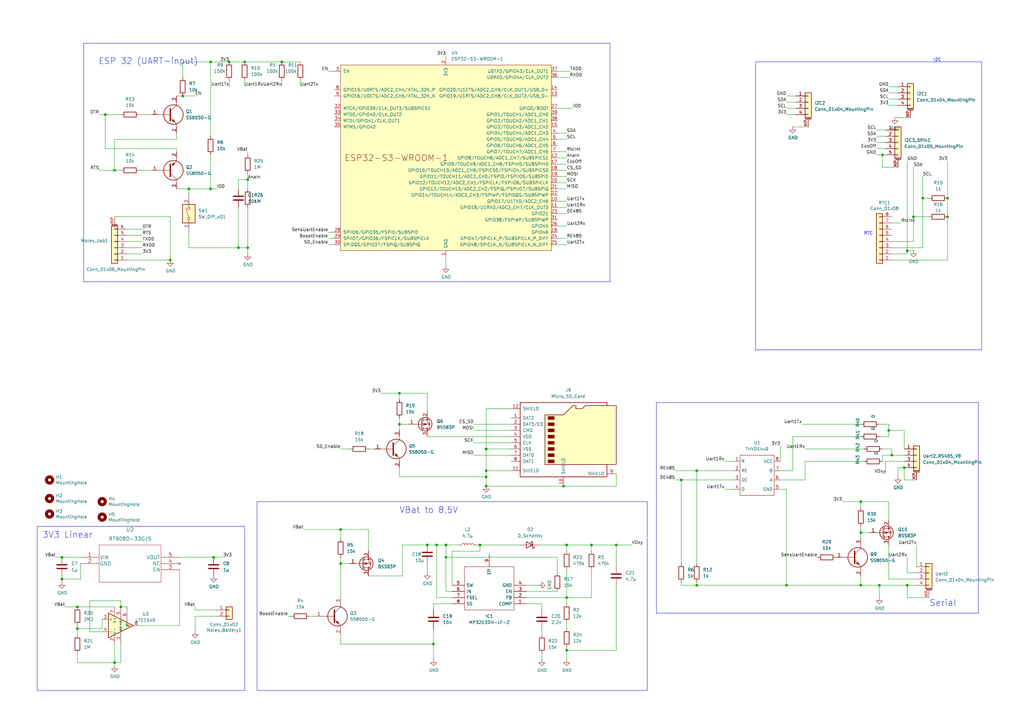
<source format=kicad_sch>
(kicad_sch (version 20230121) (generator eeschema)
  (paper "A3")
  (title_block (title "DemoBoard HyFiVe") (date "2021-10-28") (rev "1.0") (company "IOW"))
  (junction (at 285.75 193.04))
  (junction (at 139.7 231.14))
  (junction (at 46.99 69.85))
  (junction (at 163.83 161.29))
  (junction (at 175.26 223.52))
  (junction (at 322.58 240.03))
  (junction (at 360.68 240.03))
  (junction (at 364.49 176.53))
  (junction (at 199.39 193.04))
  (junction (at 97.79 101.6))
  (junction (at 101.6 101.6))
  (junction (at 93.98 25.4))
  (junction (at 353.06 240.03))
  (junction (at 49.53 248.92))
  (junction (at 43.18 46.99))
  (junction (at 232.41 223.52))
  (junction (at 232.41 245.11))
  (junction (at 86.36 25.4))
  (junction (at 182.88 228.6))
  (junction (at 199.39 184.15))
  (junction (at 242.57 223.52))
  (junction (at 388.62 81.28))
  (junction (at 100.33 25.4))
  (junction (at 115.57 25.4))
  (junction (at 31.75 257.81))
  (junction (at 25.4 237.49))
  (junction (at 179.07 223.52))
  (junction (at 285.75 240.03))
  (junction (at 370.84 191.77))
  (junction (at 101.6 73.66))
  (junction (at 86.36 77.47))
  (junction (at 365.76 186.69))
  (junction (at 196.85 223.52))
  (junction (at 378.46 81.28))
  (junction (at 163.83 173.99))
  (junction (at 25.4 228.6))
  (junction (at 232.41 266.7))
  (junction (at 279.4 196.85))
  (junction (at 199.39 199.39))
  (junction (at 182.88 223.52))
  (junction (at 199.39 195.58))
  (junction (at 372.11 240.03))
  (junction (at 87.63 228.6))
  (junction (at 353.06 218.44))
  (junction (at 77.47 77.47))
  (junction (at 252.73 223.52))
  (junction (at 177.8 264.16))
  (junction (at 46.99 271.78))
  (junction (at 353.06 205.74))
  (junction (at 74.93 39.37))
  (junction (at 69.85 106.68))
  (junction (at 374.65 88.9))
  (junction (at 139.7 217.17))
  (junction (at 388.62 88.9))
  (junction (at 31.75 248.92))
  (junction (at 372.11 102.87))
  (junction (at 231.14 199.39))
  (junction (at 361.95 63.5))
  (wire (pts (xy 139.7 231.14) (xy 139.7 228.6)))
  (wire (pts (xy 222.25 247.65) (xy 222.25 250.19)))
  (wire (pts (xy 86.36 55.88) (xy 86.36 25.4)))
  (wire (pts (xy 353.06 236.22) (xy 353.06 240.03)))
  (wire (pts (xy 134.62 29.21) (xy 137.16 29.21)))
  (wire (pts (xy 177.8 264.16) (xy 177.8 270.51)))
  (wire (pts (xy 215.9 247.65) (xy 222.25 247.65)))
  (wire (pts (xy 325.12 179.07) (xy 353.06 179.07)))
  (wire (pts (xy 232.41 266.7) (xy 252.73 266.7)))
  (wire (pts (xy 163.83 195.58) (xy 199.39 195.58)))
  (wire (pts (xy 199.39 199.39) (xy 231.14 199.39)))
  (wire (pts (xy 215.9 242.57) (xy 228.6 242.57)))
  (wire (pts (xy 25.4 236.22) (xy 25.4 237.49)))
  (wire (pts (xy 374.65 88.9) (xy 381 88.9)))
  (wire (pts (xy 361.95 63.5) (xy 361.95 68.58)))
  (wire (pts (xy 163.83 173.99) (xy 163.83 176.53)))
  (wire (pts (xy 195.58 223.52) (xy 196.85 223.52)))
  (wire (pts (xy 365.76 91.44) (xy 369.57 91.44)))
  (wire (pts (xy 46.99 264.16) (xy 46.99 271.78)))
  (wire (pts (xy 228.6 72.39) (xy 232.41 72.39)))
  (wire (pts (xy 381 245.11) (xy 372.11 245.11)))
  (wire (pts (xy 182.88 228.6) (xy 182.88 223.52)))
  (wire (pts (xy 77.47 77.47) (xy 77.47 80.01)))
  (wire (pts (xy 374.65 102.87) (xy 372.11 102.87)))
  (wire (pts (xy 365.76 99.06) (xy 374.65 99.06)))
  (polyline (pts (xy 265.43 283.21) (xy 105.41 283.21)))
  (wire (pts (xy 97.79 101.6) (xy 101.6 101.6)))
  (wire (pts (xy 199.39 195.58) (xy 199.39 193.04)))
  (wire (pts (xy 320.04 182.88) (xy 320.04 189.23)))
  (wire (pts (xy 41.91 259.08) (xy 36.83 259.08)))
  (wire (pts (xy 196.85 226.06) (xy 196.85 223.52)))
  (wire (pts (xy 49.53 264.16) (xy 49.53 271.78)))
  (wire (pts (xy 279.4 231.14) (xy 279.4 196.85)))
  (wire (pts (xy 359.41 53.34) (xy 363.22 53.34)))
  (wire (pts (xy 49.53 246.38) (xy 49.53 248.92)))
  (wire (pts (xy 279.4 240.03) (xy 285.75 240.03)))
  (wire (pts (xy 52.07 96.52) (xy 58.42 96.52)))
  (wire (pts (xy 361.95 189.23) (xy 361.95 186.69)))
  (wire (pts (xy 364.49 237.49) (xy 375.92 237.49)))
  (wire (pts (xy 365.76 104.14) (xy 372.11 104.14)))
  (wire (pts (xy 242.57 233.68) (xy 242.57 245.11)))
  (wire (pts (xy 74.93 39.37) (xy 80.01 39.37)))
  (wire (pts (xy 185.42 240.03) (xy 185.42 226.06)))
  (wire (pts (xy 46.99 88.9) (xy 69.85 88.9)))
  (polyline (pts (xy 309.88 25.4) (xy 309.88 143.51)))
  (wire (pts (xy 101.6 73.66) (xy 101.6 77.47)))
  (wire (pts (xy 87.63 228.6) (xy 91.44 228.6)))
  (wire (pts (xy 232.41 255.27) (xy 232.41 257.81)))
  (wire (pts (xy 182.88 22.86) (xy 182.88 24.13)))
  (wire (pts (xy 185.42 242.57) (xy 182.88 242.57)))
  (wire (pts (xy 52.07 93.98) (xy 58.42 93.98)))
  (wire (pts (xy 361.95 186.69) (xy 365.76 186.69)))
  (wire (pts (xy 77.47 77.47) (xy 86.36 77.47)))
  (wire (pts (xy 353.06 218.44) (xy 353.06 215.9)))
  (wire (pts (xy 232.41 266.7) (xy 232.41 270.51)))
  (polyline (pts (xy 34.29 17.78) (xy 34.29 115.57)))
  (polyline (pts (xy 15.24 283.21) (xy 100.33 283.21)))
  (wire (pts (xy 359.41 58.42) (xy 363.22 58.42)))
  (wire (pts (xy 93.98 25.4) (xy 100.33 25.4)))
  (wire (pts (xy 372.11 66.04) (xy 372.11 102.87)))
  (wire (pts (xy 388.62 88.9) (xy 388.62 106.68)))
  (wire (pts (xy 322.58 44.45) (xy 326.39 44.45)))
  (wire (pts (xy 139.7 217.17) (xy 151.13 217.17)))
  (polyline (pts (xy 15.24 215.9) (xy 15.24 283.21)))
  (wire (pts (xy 322.58 41.91) (xy 326.39 41.91)))
  (wire (pts (xy 222.25 267.97) (xy 222.25 270.51)))
  (wire (pts (xy 57.15 256.54) (xy 73.66 256.54)))
  (wire (pts (xy 228.6 77.47) (xy 232.41 77.47)))
  (wire (pts (xy 182.88 223.52) (xy 187.96 223.52)))
  (wire (pts (xy 77.47 101.6) (xy 97.79 101.6)))
  (wire (pts (xy 228.6 85.09) (xy 232.41 85.09)))
  (wire (pts (xy 93.98 33.02) (xy 93.98 35.56)))
  (wire (pts (xy 359.41 55.88) (xy 363.22 55.88)))
  (wire (pts (xy 25.4 228.6) (xy 33.02 228.6)))
  (wire (pts (xy 360.68 240.03) (xy 372.11 240.03)))
  (wire (pts (xy 175.26 223.52) (xy 179.07 223.52)))
  (wire (pts (xy 375.92 223.52) (xy 375.92 232.41)))
  (polyline (pts (xy 265.43 205.74) (xy 265.43 283.21)))
  (wire (pts (xy 31.75 271.78) (xy 46.99 271.78)))
  (wire (pts (xy 370.84 176.53) (xy 370.84 184.15)))
  (wire (pts (xy 97.79 73.66) (xy 101.6 73.66)))
  (wire (pts (xy 360.68 179.07) (xy 364.49 179.07)))
  (wire (pts (xy 69.85 88.9) (xy 69.85 106.68)))
  (wire (pts (xy 285.75 231.14) (xy 285.75 193.04)))
  (wire (pts (xy 364.49 43.18) (xy 368.3 43.18)))
  (wire (pts (xy 330.2 196.85) (xy 330.2 189.23)))
  (wire (pts (xy 40.64 69.85) (xy 46.99 69.85)))
  (wire (pts (xy 72.39 62.23) (xy 72.39 60.96)))
  (polyline (pts (xy 309.88 25.4) (xy 402.59 25.4)))
  (wire (pts (xy 364.49 40.64) (xy 368.3 40.64)))
  (wire (pts (xy 199.39 199.39) (xy 199.39 195.58)))
  (wire (pts (xy 372.11 104.14) (xy 372.11 102.87)))
  (wire (pts (xy 194.31 176.53) (xy 209.55 176.53)))
  (wire (pts (xy 100.33 25.4) (xy 115.57 25.4)))
  (wire (pts (xy 328.93 173.99) (xy 353.06 173.99)))
  (wire (pts (xy 388.62 66.04) (xy 388.62 81.28)))
  (wire (pts (xy 139.7 231.14) (xy 139.7 245.11)))
  (wire (pts (xy 279.4 196.85) (xy 300.99 196.85)))
  (wire (pts (xy 72.39 60.96) (xy 43.18 60.96)))
  (wire (pts (xy 101.6 104.14) (xy 101.6 101.6)))
  (wire (pts (xy 228.6 100.33) (xy 232.41 100.33)))
  (wire (pts (xy 80.01 259.08) (xy 80.01 252.73)))
  (wire (pts (xy 364.49 35.56) (xy 368.3 35.56)))
  (wire (pts (xy 364.49 237.49) (xy 364.49 223.52)))
  (wire (pts (xy 381 81.28) (xy 378.46 81.28)))
  (wire (pts (xy 353.06 205.74) (xy 353.06 208.28)))
  (wire (pts (xy 31.75 257.81) (xy 41.91 257.81)))
  (wire (pts (xy 185.42 247.65) (xy 177.8 247.65)))
  (wire (pts (xy 101.6 73.66) (xy 101.6 71.12)))
  (wire (pts (xy 165.1 223.52) (xy 175.26 223.52)))
  (wire (pts (xy 285.75 238.76) (xy 285.75 240.03)))
  (wire (pts (xy 374.65 68.58) (xy 374.65 88.9)))
  (wire (pts (xy 228.6 54.61) (xy 232.41 54.61)))
  (wire (pts (xy 252.73 240.03) (xy 252.73 266.7)))
  (wire (pts (xy 232.41 245.11) (xy 232.41 247.65)))
  (wire (pts (xy 228.6 64.77) (xy 232.41 64.77)))
  (wire (pts (xy 101.6 62.23) (xy 101.6 63.5)))
  (wire (pts (xy 41.91 254) (xy 41.91 257.81)))
  (wire (pts (xy 77.47 101.6) (xy 77.47 95.25)))
  (wire (pts (xy 365.76 184.15) (xy 365.76 186.69)))
  (wire (pts (xy 232.41 223.52) (xy 242.57 223.52)))
  (wire (pts (xy 232.41 233.68) (xy 232.41 245.11)))
  (wire (pts (xy 368.3 191.77) (xy 368.3 195.58)))
  (wire (pts (xy 49.53 248.92) (xy 52.07 248.92)))
  (wire (pts (xy 361.95 184.15) (xy 365.76 184.15)))
  (wire (pts (xy 86.36 63.5) (xy 86.36 77.47)))
  (wire (pts (xy 353.06 218.44) (xy 353.06 220.98)))
  (wire (pts (xy 182.88 228.6) (xy 228.6 228.6)))
  (wire (pts (xy 285.75 240.03) (xy 322.58 240.03)))
  (wire (pts (xy 101.6 85.09) (xy 101.6 101.6)))
  (wire (pts (xy 232.41 265.43) (xy 232.41 266.7)))
  (wire (pts (xy 368.3 68.58) (xy 361.95 68.58)))
  (wire (pts (xy 179.07 223.52) (xy 182.88 223.52)))
  (wire (pts (xy 220.98 223.52) (xy 232.41 223.52)))
  (wire (pts (xy 43.18 60.96) (xy 43.18 46.99)))
  (polyline (pts (xy 401.32 251.46) (xy 401.32 165.1)))
  (wire (pts (xy 36.83 259.08) (xy 36.83 246.38)))
  (wire (pts (xy 388.62 81.28) (xy 388.62 88.9)))
  (wire (pts (xy 356.87 218.44) (xy 353.06 218.44)))
  (wire (pts (xy 139.7 260.35) (xy 139.7 264.16)))
  (wire (pts (xy 177.8 257.81) (xy 177.8 264.16)))
  (wire (pts (xy 279.4 238.76) (xy 279.4 240.03)))
  (wire (pts (xy 86.36 77.47) (xy 88.9 77.47)))
  (wire (pts (xy 322.58 200.66) (xy 322.58 240.03)))
  (wire (pts (xy 97.79 85.09) (xy 97.79 101.6)))
  (wire (pts (xy 36.83 246.38) (xy 49.53 246.38)))
  (wire (pts (xy 46.99 271.78) (xy 46.99 273.05)))
  (wire (pts (xy 252.73 232.41) (xy 252.73 223.52)))
  (wire (pts (xy 360.68 173.99) (xy 364.49 173.99)))
  (wire (pts (xy 115.57 25.4) (xy 123.19 25.4)))
  (wire (pts (xy 31.75 257.81) (xy 31.75 260.35)))
  (polyline (pts (xy 402.59 25.4) (xy 402.59 143.51)))
  (wire (pts (xy 31.75 248.92) (xy 46.99 248.92)))
  (wire (pts (xy 365.76 106.68) (xy 388.62 106.68)))
  (wire (pts (xy 222.25 257.81) (xy 222.25 260.35)))
  (wire (pts (xy 123.19 33.02) (xy 123.19 35.56)))
  (wire (pts (xy 228.6 74.93) (xy 232.41 74.93)))
  (wire (pts (xy 370.84 196.85) (xy 370.84 191.77)))
  (wire (pts (xy 209.55 167.64) (xy 199.39 167.64)))
  (wire (pts (xy 228.6 97.79) (xy 232.41 97.79)))
  (wire (pts (xy 115.57 33.02) (xy 115.57 35.56)))
  (wire (pts (xy 378.46 81.28) (xy 378.46 101.6)))
  (wire (pts (xy 228.6 67.31) (xy 232.41 67.31)))
  (wire (pts (xy 185.42 245.11) (xy 179.07 245.11)))
  (wire (pts (xy 134.62 100.33) (xy 137.16 100.33)))
  (wire (pts (xy 252.73 194.31) (xy 252.73 199.39)))
  (wire (pts (xy 374.65 88.9) (xy 374.65 99.06)))
  (wire (pts (xy 228.6 29.21) (xy 233.68 29.21)))
  (wire (pts (xy 231.14 199.39) (xy 252.73 199.39)))
  (polyline (pts (xy 250.19 17.78) (xy 250.19 115.57)))
  (wire (pts (xy 194.31 173.99) (xy 209.55 173.99)))
  (wire (pts (xy 228.6 31.75) (xy 233.68 31.75)))
  (wire (pts (xy 134.62 95.25) (xy 137.16 95.25)))
  (wire (pts (xy 364.49 205.74) (xy 353.06 205.74)))
  (polyline (pts (xy 105.41 205.74) (xy 265.43 205.74)))
  (wire (pts (xy 199.39 193.04) (xy 209.55 193.04)))
  (wire (pts (xy 31.75 256.54) (xy 31.75 257.81)))
  (wire (pts (xy 165.1 236.22) (xy 165.1 223.52)))
  (wire (pts (xy 378.46 72.39) (xy 378.46 81.28)))
  (wire (pts (xy 185.42 226.06) (xy 196.85 226.06)))
  (wire (pts (xy 353.06 240.03) (xy 360.68 240.03)))
  (wire (pts (xy 285.75 193.04) (xy 300.99 193.04)))
  (wire (pts (xy 52.07 99.06) (xy 58.42 99.06)))
  (wire (pts (xy 151.13 217.17) (xy 151.13 226.06)))
  (wire (pts (xy 134.62 97.79) (xy 137.16 97.79)))
  (wire (pts (xy 215.9 245.11) (xy 232.41 245.11)))
  (wire (pts (xy 228.6 57.15) (xy 232.41 57.15)))
  (wire (pts (xy 359.41 63.5) (xy 361.95 63.5)))
  (wire (pts (xy 31.75 267.97) (xy 31.75 271.78)))
  (wire (pts (xy 175.26 231.14) (xy 175.26 234.95)))
  (polyline (pts (xy 269.24 165.1) (xy 269.24 251.46)))
  (wire (pts (xy 72.39 39.37) (xy 74.93 39.37)))
  (wire (pts (xy 360.68 245.11) (xy 360.68 240.03)))
  (wire (pts (xy 372.11 245.11) (xy 372.11 240.03)))
  (wire (pts (xy 330.2 189.23) (xy 354.33 189.23)))
  (wire (pts (xy 57.15 46.99) (xy 62.23 46.99)))
  (wire (pts (xy 276.86 196.85) (xy 279.4 196.85)))
  (wire (pts (xy 72.39 77.47) (xy 77.47 77.47)))
  (wire (pts (xy 330.2 184.15) (xy 354.33 184.15)))
  (wire (pts (xy 320.04 196.85) (xy 330.2 196.85)))
  (wire (pts (xy 320.04 193.04) (xy 325.12 193.04)))
  (wire (pts (xy 194.31 181.61) (xy 209.55 181.61)))
  (polyline (pts (xy 269.24 165.1) (xy 401.32 165.1)))
  (wire (pts (xy 297.18 200.66) (xy 300.99 200.66)))
  (wire (pts (xy 364.49 173.99) (xy 364.49 176.53)))
  (wire (pts (xy 175.26 168.91) (xy 175.26 161.29)))
  (wire (pts (xy 276.86 193.04) (xy 285.75 193.04)))
  (wire (pts (xy 127 252.73) (xy 129.54 252.73)))
  (wire (pts (xy 363.22 194.31) (xy 363.22 189.23)))
  (wire (pts (xy 177.8 247.65) (xy 177.8 250.19)))
  (wire (pts (xy 228.6 87.63) (xy 232.41 87.63)))
  (wire (pts (xy 228.6 92.71) (xy 232.41 92.71)))
  (wire (pts (xy 151.13 236.22) (xy 165.1 236.22)))
  (wire (pts (xy 175.26 179.07) (xy 209.55 179.07)))
  (wire (pts (xy 228.6 69.85) (xy 232.41 69.85)))
  (wire (pts (xy 139.7 217.17) (xy 139.7 220.98)))
  (wire (pts (xy 163.83 161.29) (xy 163.83 163.83)))
  (wire (pts (xy 72.39 57.15) (xy 46.99 57.15)))
  (wire (pts (xy 73.66 256.54) (xy 73.66 233.68)))
  (wire (pts (xy 179.07 245.11) (xy 179.07 223.52)))
  (wire (pts (xy 33.02 237.49) (xy 25.4 237.49)))
  (wire (pts (xy 199.39 167.64) (xy 199.39 184.15)))
  (wire (pts (xy 163.83 173.99) (xy 163.83 171.45)))
  (wire (pts (xy 242.57 245.11) (xy 232.41 245.11)))
  (wire (pts (xy 26.67 248.92) (xy 31.75 248.92)))
  (wire (pts (xy 46.99 69.85) (xy 49.53 69.85)))
  (wire (pts (xy 220.98 240.03) (xy 215.9 240.03)))
  (wire (pts (xy 46.99 271.78) (xy 49.53 271.78)))
  (wire (pts (xy 167.64 173.99) (xy 163.83 173.99)))
  (wire (pts (xy 22.86 228.6) (xy 25.4 228.6)))
  (wire (pts (xy 372.11 234.95) (xy 372.11 228.6)))
  (wire (pts (xy 359.41 60.96) (xy 363.22 60.96)))
  (polyline (pts (xy 105.41 283.21) (xy 105.41 205.74)))
  (wire (pts (xy 364.49 213.36) (xy 364.49 205.74)))
  (wire (pts (xy 297.18 189.23) (xy 300.99 189.23)))
  (wire (pts (xy 365.76 101.6) (xy 378.46 101.6)))
  (wire (pts (xy 143.51 231.14) (xy 139.7 231.14)))
  (wire (pts (xy 72.39 54.61) (xy 72.39 57.15)))
  (wire (pts (xy 86.36 25.4) (xy 74.93 25.4)))
  (wire (pts (xy 364.49 176.53) (xy 370.84 176.53)))
  (wire (pts (xy 139.7 264.16) (xy 177.8 264.16)))
  (wire (pts (xy 199.39 184.15) (xy 199.39 193.04)))
  (polyline (pts (xy 15.24 215.9) (xy 100.33 215.9)))
  (wire (pts (xy 375.92 196.85) (xy 370.84 196.85)))
  (wire (pts (xy 242.57 223.52) (xy 252.73 223.52)))
  (wire (pts (xy 86.36 25.4) (xy 93.98 25.4)))
  (wire (pts (xy 364.49 179.07) (xy 364.49 176.53)))
  (wire (pts (xy 97.79 77.47) (xy 97.79 73.66)))
  (wire (pts (xy 252.73 223.52) (xy 259.08 223.52)))
  (wire (pts (xy 375.92 234.95) (xy 372.11 234.95)))
  (wire (pts (xy 363.22 189.23) (xy 370.84 189.23)))
  (wire (pts (xy 325.12 193.04) (xy 325.12 179.07)))
  (polyline (pts (xy 269.24 251.46) (xy 401.32 251.46)))
  (wire (pts (xy 194.31 186.69) (xy 209.55 186.69)))
  (wire (pts (xy 228.6 44.45) (xy 234.95 44.45)))
  (wire (pts (xy 361.95 63.5) (xy 363.22 63.5)))
  (wire (pts (xy 232.41 223.52) (xy 232.41 226.06)))
  (wire (pts (xy 80.01 252.73) (xy 88.9 252.73)))
  (wire (pts (xy 364.49 38.1) (xy 368.3 38.1)))
  (wire (pts (xy 322.58 46.99) (xy 326.39 46.99)))
  (wire (pts (xy 196.85 223.52) (xy 213.36 223.52)))
  (wire (pts (xy 156.21 161.29) (xy 163.83 161.29)))
  (wire (pts (xy 228.6 62.23) (xy 232.41 62.23)))
  (wire (pts (xy 320.04 200.66) (xy 322.58 200.66)))
  (wire (pts (xy 118.11 252.73) (xy 119.38 252.73)))
  (wire (pts (xy 74.93 25.4) (xy 74.93 31.75)))
  (wire (pts (xy 124.46 217.17) (xy 139.7 217.17)))
  (wire (pts (xy 228.6 228.6) (xy 228.6 234.95)))
  (wire (pts (xy 242.57 223.52) (xy 242.57 226.06)))
  (wire (pts (xy 88.9 250.19) (xy 80.01 250.19)))
  (wire (pts (xy 100.33 33.02) (xy 100.33 35.56)))
  (polyline (pts (xy 402.59 143.51) (xy 309.88 143.51)))
  (wire (pts (xy 182.88 105.41) (xy 182.88 109.22)))
  (wire (pts (xy 43.18 46.99) (xy 49.53 46.99)))
  (wire (pts (xy 52.07 106.68) (xy 69.85 106.68)))
  (wire (pts (xy 175.26 161.29) (xy 163.83 161.29)))
  (wire (pts (xy 182.88 228.6) (xy 182.88 242.57)))
  (wire (pts (xy 373.38 48.26) (xy 367.03 48.26)))
  (wire (pts (xy 57.15 69.85) (xy 62.23 69.85)))
  (wire (pts (xy 40.64 46.99) (xy 43.18 46.99)))
  (wire (pts (xy 322.58 39.37) (xy 326.39 39.37)))
  (wire (pts (xy 139.7 184.15) (xy 143.51 184.15)))
  (wire (pts (xy 370.84 191.77) (xy 368.3 191.77)))
  (polyline (pts (xy 100.33 283.21) (xy 100.33 215.9)))
  (wire (pts (xy 322.58 240.03) (xy 353.06 240.03)))
  (wire (pts (xy 345.44 205.74) (xy 353.06 205.74)))
  (wire (pts (xy 80.01 250.19) (xy 80.01 248.92)))
  (wire (pts (xy 46.99 57.15) (xy 46.99 69.85)))
  (wire (pts (xy 52.07 101.6) (xy 58.42 101.6)))
  (wire (pts (xy 52.07 104.14) (xy 58.42 104.14)))
  (wire (pts (xy 199.39 184.15) (xy 209.55 184.15)))
  (wire (pts (xy 151.13 184.15) (xy 153.67 184.15)))
  (wire (pts (xy 33.02 231.14) (xy 33.02 237.49)))
  (wire (pts (xy 372.11 240.03) (xy 375.92 240.03)))
  (wire (pts (xy 163.83 191.77) (xy 163.83 195.58)))
  (wire (pts (xy 73.66 228.6) (xy 87.63 228.6)))
  (wire (pts (xy 25.4 237.49) (xy 25.4 238.76)))
  (polyline (pts (xy 250.19 17.78) (xy 34.29 17.78)))
  (polyline (pts (xy 34.29 115.57) (xy 250.19 115.57)))
  (wire (pts (xy 228.6 82.55) (xy 232.41 82.55)))
  (wire (pts (xy 365.76 186.69) (xy 370.84 186.69)))
  (wire (pts (xy 331.47 52.07) (xy 325.12 52.07)))
  (text "ESP 32 (UART-input)" (at 81.28 26.67 0) (effects (font (size 2.5 2.5)) (justify right bottom)))
  (text "VBat to 8,5V" (at 163.83 210.82 0) (effects (font (size 2.5 2.5)) (justify left bottom)))
  (text "3V3 Linear" (at 38.1 220.98 0) (effects (font (size 2.54 2.54)) (justify right bottom)))
  (text "Serial" (at 392.43 248.92 0) (effects (font (size 2.54 2.54)) (justify right bottom)))
  (text "RTC" (at 354.33 96.52 0) (effects (font (size 1.27 1.27)) (justify left bottom)))
  (text "I2C" (at 386.08 25.4 0) (effects (font (size 1.27 1.27)) (justify right bottom)))
  (label "SCL" (at 232.41 57.15 0))
  (label "SCK" (at 194.31 181.61 180))
  (label "3V3" (at 322.58 46.99 180))
  (label "SCL" (at 364.49 40.64 180))
  (label "SDA" (at 359.41 55.88 180))
  (label "3V3" (at 93.98 25.4 180))
  (label "RXD0" (at 233.68 31.75 0))
  (label "GND" (at 364.49 35.56 180))
  (label "CS_SD" (at 194.31 173.99 180))
  (label "EN" (at 80.01 39.37 0))
  (label "3V3" (at 156.21 161.29 180))
  (label "SensUartEnable" (at 134.62 95.25 180))
  (label "Uart1Tx" (at 232.41 82.55 0))
  (label "3V3" (at 58.42 104.14 0))
  (label "DE485" (at 232.41 87.63 0))
  (label "RtcInt" (at 232.41 62.23 0))
  (label "3V3" (at 320.04 182.88 180))
  (label "IO0" (at 234.95 44.45 0))
  (label "CS_SD" (at 232.41 69.85 0))
  (label "Uart2Rx" (at 372.11 228.6 180))
  (label "SCL" (at 322.58 44.45 180))
  (label "Uart1Rx" (at 232.41 85.09 0))
  (label "VBat" (at 26.67 248.92 180))
  (label "SDA" (at 232.41 54.61 0))
  (label "MOSI" (at 194.31 176.53 180))
  (label "3V3" (at 364.49 43.18 180))
  (label "AnaIn" (at 232.41 64.77 0))
  (label "Uart2Tx" (at 123.19 35.56 0))
  (label "DTR" (at 58.42 93.98 0))
  (label "Uart1Tx" (at 328.93 173.99 180))
  (label "SDA" (at 364.49 38.1 180))
  (label "TXD0" (at 58.42 99.06 0))
  (label "BoostEnable" (at 134.62 97.79 180))
  (label "SCL" (at 359.41 53.34 180))
  (label "AnaIn" (at 101.6 73.66 0))
  (label "Uart1Rx" (at 330.2 184.15 180))
  (label "GND" (at 322.58 39.37 180))
  (label "VBat" (at 124.46 217.17 180))
  (label "3V3" (at 359.41 58.42 180))
  (label "MISO" (at 232.41 77.47 0))
  (label "GND" (at 372.11 66.04 0))
  (label "VBat" (at 101.6 62.23 180))
  (label "3V3" (at 91.44 228.6 0))
  (label "RXD0" (at 58.42 101.6 0))
  (label "SCL" (at 378.46 72.39 0))
  (label "EzoOff" (at 232.41 67.31 0))
  (label "EN" (at 134.62 29.21 180))
  (label "Uart1Tx" (at 297.18 200.66 180))
  (label "3V3" (at 182.88 22.86 180))
  (label "RTS" (at 58.42 96.52 0))
  (label "Uart2Rx" (at 232.41 92.71 0))
  (label "DTR" (at 40.64 46.99 180))
  (label "BoostEnable" (at 118.11 252.73 180))
  (label "DE485" (at 276.86 196.85 180))
  (label "Uart1Rx" (at 100.33 35.56 0))
  (label "IO0" (at 88.9 77.47 0))
  (label "MOSI" (at 232.41 72.39 0))
  (label "SD_Enable" (at 134.62 100.33 180))
  (label "VBat" (at 80.01 248.92 180))
  (label "RtcInt" (at 369.57 91.44 0))
  (label "VBat" (at 22.86 228.6 180))
  (label "SDA" (at 322.58 41.91 180))
  (label "SD_Enable" (at 139.7 184.15 180))
  (label "SensUartEnable" (at 335.28 228.6 180))
  (label "SCK" (at 232.41 74.93 0))
  (label "EzoOff" (at 359.41 60.96 180))
  (label "MISO" (at 194.31 186.69 180))
  (label "Uart1Rx" (at 297.18 189.23 180))
  (label "TXD0" (at 233.68 29.21 0))
  (label "Uart1Tx" (at 93.98 35.56 180))
  (label "VOxy" (at 259.08 223.52 0))
  (label "3V3" (at 345.44 205.74 180))
  (label "Uart2Tx" (at 375.92 223.52 180))
  (label "RTS" (at 40.64 69.85 180))
  (label "VOxy" (at 363.22 194.31 180))
  (label "RE485" (at 276.86 193.04 180))
  (label "SDA" (at 374.65 68.58 0))
  (label "Uart2Rx" (at 115.57 35.56 180))
  (label "RE485" (at 232.41 97.79 0))
  (label "Uart2Tx" (at 232.41 100.33 0))
  (label "3V3" (at 388.62 66.04 180))
  (label "GND" (at 359.41 63.5 180))
  (symbol (lib_id "Connector_Generic:Conn_01x08") (at 360.68 99.06 180) (unit 1)
    (property "Reference" "RTC1" (at 362.7628 83.185 0))
    (property "Value" "Conn_01x08" (at 362.7628 85.4964 0))
    (property "Footprint" "Hyfive:DS3231Module" (effects hide))
    (property "Function" "mandatory" (effects hide))
    (property "Manufacturer_Part_Number" "3013" (effects hide))
    (property "Mouser" "https://www.mouser.de/ProductDetail/Adafruit/3013?qs=qrYS%2FWt5A16Mfm4Z0v0kNg%3D%3D" (effects hide))
  )
  (symbol (lib_id "power:GND") (at 374.65 102.87 0) (unit 1)
    (property "Reference" "#PWR013" (effects hide))
    (property "Value" "GND" (at 374.777 107.2642 0))
  )
  (symbol (lib_id "Connector_Generic:Conn_01x02") (at 93.98 250.19 0) (unit 1)
    (property "Reference" "Molex_Battery1" (at 91.8972 258.445 0))
    (property "Value" "Conn_01x02" (at 91.8972 256.1336 0))
    (property "Footprint" "Connector_Molex:Molex_MicroClasp_55935-0230_1x02_P2.00mm_Horizontal" (effects hide))
    (property "Mouser" "https://www.mouser.de/ProductDetail/Molex/55935-0230?qs=iFujUUZFeMLRagf%2FET0QzQ%3D%3D" (effects hide))
    (property "Function" "mandatory" (effects hide))
    (property "Manufacturer_Part_Number" "55935-0230" (effects hide))
  )
  (symbol (lib_id "power:GND") (at 80.01 259.08 0) (unit 1)
    (property "Reference" "#PWR01" (effects hide))
    (property "Value" "GND" (at 80.137 263.4742 0))
  )
  (symbol (lib_id "Mechanical:MountingHole") (at 20.32 196.85 0) (unit 1)
    (property "Reference" "H1" (at 22.86 195.6816 0) (effects (justify left)))
    (property "Value" "MountingHole" (at 22.86 197.993 0) (effects (justify left)))
    (property "Footprint" "MountingHole:MountingHole_3.2mm_M3" (effects hide))
    (property "Function" "mandatory" (effects hide))
  )
  (symbol (lib_id "Mechanical:MountingHole") (at 20.32 204.47 0) (unit 1)
    (property "Reference" "H2" (at 22.86 203.3016 0) (effects (justify left)))
    (property "Value" "MountingHole" (at 22.86 205.613 0) (effects (justify left)))
    (property "Footprint" "MountingHole:MountingHole_3.2mm_M3" (effects hide))
    (property "Function" "mandatory" (effects hide))
  )
  (symbol (lib_id "Mechanical:MountingHole") (at 20.32 210.82 0) (unit 1)
    (property "Reference" "H3" (at 22.86 209.6516 0) (effects (justify left)))
    (property "Value" "MountingHole" (at 22.86 211.963 0) (effects (justify left)))
    (property "Footprint" "MountingHole:MountingHole_3.2mm_M3" (effects hide))
    (property "Function" "mandatory" (effects hide))
  )
  (symbol (lib_id "power:GND") (at 368.3 195.58 0) (unit 1)
    (property "Reference" "#PWR09" (effects hide))
    (property "Value" "GND" (at 368.427 199.9742 0))
  )
  (symbol (lib_id "Device:R") (at 356.87 179.07 90) (unit 1)
    (property "Reference" "R41" (at 351.79 180.34 0) (effects (justify left)))
    (property "Value" "0" (at 358.14 176.53 0) (effects (justify left)))
    (property "Footprint" "Resistor_SMD:R_0603_1608Metric" (effects hide))
    (property "Function" "rs485" (effects hide))
  )
  (symbol (lib_id "Device:R") (at 163.83 167.64 0) (unit 1)
    (property "Reference" "R19" (at 166.37 166.3699 0) (effects (justify left)))
    (property "Value" "15k" (at 166.37 168.9099 0) (effects (justify left)))
    (property "Footprint" "Resistor_SMD:R_0603_1608Metric" (effects hide))
    (property "Function" "mandatory" (effects hide))
  )
  (symbol (lib_id "power:GND") (at 182.88 109.22 0) (unit 1)
    (property "Reference" "#PWR04" (effects hide))
    (property "Value" "GND" (at 183.007 113.6142 0))
  )
  (symbol (lib_id "SamacSys_Parts:SS8050-G") (at 342.9 228.6 0) (unit 1)
    (property "Reference" "Q9" (at 356.87 227.3299 0) (effects (justify left)))
    (property "Value" "SS8050-G" (at 356.87 229.8699 0) (effects (justify left)))
    (property "Footprint" "Package_TO_SOT_SMD:SOT-23-3" (effects hide))
    (property "Datasheet" "https://datasheet.datasheetarchive.com/originals/distributors/DKDS-12/229454.pdf" (effects hide))
    (property "Description" "Bipolar Transistors - BJT NPN TRANSISTOR 1.5A 40V" (effects hide))
    (property "Height" "1.15" (effects hide))
    (property "Mouser Part Number" "750-SS8050-G" (effects hide))
    (property "Mouser Price/Stock" "https://www.mouser.co.uk/ProductDetail/Comchip-Technology/SS8050-G?qs=LLUE9lz1YbcHg%252BWLMAtcrQ%3D%3D" (effects hide))
    (property "Manufacturer_Name" "Comchip Technology" (effects hide))
    (property "Manufacturer_Part_Number" "SS8050-G" (effects hide))
    (property "Mouser" "https://www.mouser.de/ProductDetail/onsemi/NSVMMBT5550LT1G?qs=W%2FMpXkg%252BdQ4rIPP%252BeFoT1g%3D%3D" (effects hide))
    (property "Function" "uart2" (effects hide))
  )
  (symbol (lib_id "power:GND") (at 325.12 52.07 0) (unit 1)
    (property "Reference" "#PWR0101" (effects hide))
    (property "Value" "GND" (at 325.247 56.4642 0))
  )
  (symbol (lib_id "Device:R") (at 147.32 184.15 90) (unit 1)
    (property "Reference" "R18" (at 147.32 177.8 90))
    (property "Value" "15k" (at 147.32 180.34 90))
    (property "Footprint" "Resistor_SMD:R_0603_1608Metric" (effects hide))
    (property "Function" "mandatory" (effects hide))
  )
  (symbol (lib_id "SymbolsModule:THVD14x9") (at 308.61 186.69 0) (unit 1)
    (property "Reference" "U1" (at 310.515 181.61 0))
    (property "Value" "THVD14x9" (at 310.515 184.15 0))
    (property "Footprint" "Package_SO:SOIC-8_3.9x4.9mm_P1.27mm" (effects hide))
    (property "Mouser" "https://www.mouser.de/ProductDetail/Texas-Instruments/THVD1429DT?qs=l7cgNqFNU1gMF%2Fq%2FbyikQg%3D%3D" (effects hide))
    (property "Function" "rs485" (effects hide))
    (property "Manufacturer_Part_Number" "THVD1429DT" (effects hide))
  )
  (symbol (lib_id "Device:R") (at 101.6 81.28 0) (unit 1)
    (property "Reference" "R26" (at 104.14 80.0099 0) (effects (justify left)))
    (property "Value" "1M" (at 104.14 82.5499 0) (effects (justify left)))
    (property "Footprint" "Resistor_SMD:R_0603_1608Metric" (effects hide))
    (property "Function" "mandatory" (effects hide))
  )
  (symbol (lib_id "Device:R") (at 285.75 234.95 0) (unit 1)
    (property "Reference" "R12" (at 288.29 233.6799 0) (effects (justify left)))
    (property "Value" "1k" (at 288.29 236.22 0) (effects (justify left)))
    (property "Footprint" "Resistor_SMD:R_0603_1608Metric" (effects hide))
    (property "Function" "rs485" (effects hide))
  )
  (symbol (lib_id "Device:L") (at 191.77 223.52 90) (unit 1)
    (property "Reference" "L2" (at 191.77 217.17 90))
    (property "Value" "4,7µ" (at 191.77 219.71 90))
    (property "Footprint" "Inductor_SMD:L_Bourns-SRN4018" (effects hide))
    (property "Mouser" "https://www.mouser.de/ProductDetail/Bourns/SRN4018-4R7M?qs=UvjENeDOEed%2FCjy5nMh3Xg%3D%3D" (effects hide))
    (property "Function" "vsensor" (effects hide))
    (property "Manufacturer_Part_Number" "SRN4018-4R7M" (effects hide))
  )
  (symbol (lib_id "Device:R") (at 384.81 81.28 90) (unit 1)
    (property "Reference" "R15" (at 384.81 74.93 90))
    (property "Value" "1k" (at 384.81 77.47 90))
    (property "Footprint" "Resistor_SMD:R_0603_1608Metric" (effects hide))
    (property "Function" "mandatory" (effects hide))
  )
  (symbol (lib_id "Device:R") (at 53.34 46.99 90) (unit 1)
    (property "Reference" "R13" (at 53.34 40.64 90))
    (property "Value" "10k" (at 53.34 43.18 90))
    (property "Footprint" "Resistor_SMD:R_0603_1608Metric" (effects hide))
    (property "Function" "mandatory" (effects hide))
  )
  (symbol (lib_id "Device:R") (at 356.87 173.99 90) (unit 1)
    (property "Reference" "R40" (at 351.79 175.26 0) (effects (justify left)))
    (property "Value" "0" (at 358.14 171.45 0) (effects (justify left)))
    (property "Footprint" "Resistor_SMD:R_0603_1608Metric" (effects hide))
    (property "Function" "uart1" (effects hide))
  )
  (symbol (lib_id "power:GND") (at 232.41 270.51 0) (unit 1)
    (property "Reference" "#PWR016" (effects hide))
    (property "Value" "GND" (at 232.537 274.9042 0))
  )
  (symbol (lib_id "Connector:Micro_SD_Card") (at 232.41 179.07 0) (unit 1)
    (property "Reference" "J9" (at 233.045 160.02 0))
    (property "Value" "Micro_SD_Card" (at 233.045 162.56 0))
    (property "Footprint" "Hyfive:GCT_MEM2067-02-180-00-A_REVB" (effects hide))
    (property "Datasheet" "http://katalog.we-online.de/em/datasheet/693072010801.pdf" (effects hide))
    (property "Mouser" "https://www.mouser.de/ProductDetail/GCT/MEM2067-02-180-00-A?qs=KUoIvG%2F9IlYTw%2Fcc1GlNJA%3D%3D" (effects hide))
    (property "Function" "mandatory" (effects hide))
    (property "Manufacturer_Part_Number" "MEM2067-02-180-00-A" (effects hide))
  )
  (symbol (lib_id "Device:C") (at 175.26 227.33 0) (unit 1)
    (property "Reference" "C18" (at 168.91 227.33 0) (effects (justify left)))
    (property "Value" "10µ" (at 170.18 229.87 0) (effects (justify left)))
    (property "Footprint" "Capacitor_SMD:C_0805_2012Metric" (effects hide))
    (property "Mouser" "https://www.mouser.de/ProductDetail/Taiyo-Yuden/TMK212BBJ106KG8T?qs=sGAEpiMZZMuMW9TJLBQkXvBULEti4LCQVeEoQfarTPE%3D" (effects hide))
    (property "Function" "vsensor" (effects hide))
    (property "Manufacturer_Part_Number" "TMK212BBJ106KG8T" (effects hide))
  )
  (symbol (lib_id "Device:C") (at 25.4 232.41 0) (unit 1)
    (property "Reference" "C7" (at 29.21 231.1399 0) (effects (justify left)))
    (property "Value" "1µ" (at 29.21 233.6799 0) (effects (justify left)))
    (property "Footprint" "Capacitor_SMD:C_0805_2012Metric" (effects hide))
    (property "Function" "mandatory" (effects hide))
  )
  (symbol (lib_id "Device:R") (at 86.36 59.69 180) (unit 1)
    (property "Reference" "R8" (at 88.9 58.4199 0) (effects (justify right)))
    (property "Value" "10k" (at 88.9 60.9599 0) (effects (justify right)))
    (property "Footprint" "Resistor_SMD:R_0603_1608Metric" (effects hide))
    (property "Function" "mandatory" (effects hide))
  )
  (symbol (lib_id "power:GND") (at 175.26 234.95 0) (unit 1)
    (property "Reference" "#PWR08" (effects hide))
    (property "Value" "GND" (at 175.387 239.3442 0))
  )
  (symbol (lib_id "Connector_Generic_MountingPin:Conn_01x06_MountingPin") (at 46.99 101.6 180) (unit 1)
    (property "Reference" "Molex_Usb1" (at 44.45 98.7043 0) (effects (justify left)))
    (property "Value" "Conn_01x06_MountingPin" (at 59.69 110.49 0) (effects (justify left)))
    (property "Footprint" "Connector_Molex:Molex_PicoBlade_53261-0671_1x06-1MP_P1.25mm_Horizontal" (effects hide))
    (property "Function" "mandatory" (effects hide))
    (property "Manufacturer_Part_Number" "53261-0671" (effects hide))
    (property "Mouser" "https://www.mouser.de/ProductDetail/Molex/53261-0671?qs=%252B72YyncTwW9Wyr77z4J2cA%3D%3D" (effects hide))
  )
  (symbol (lib_id "Device:C") (at 252.73 236.22 0) (unit 1)
    (property "Reference" "C21" (at 256.54 234.9499 0) (effects (justify left)))
    (property "Value" "4,7µ" (at 256.54 237.4899 0) (effects (justify left)))
    (property "Footprint" "Capacitor_SMD:C_0805_2012Metric" (effects hide))
    (property "Mouser" "https://www.mouser.de/ProductDetail/Murata-Electronics/GCM21BC71E475KE36L?qs=sGAEpiMZZMuMW9TJLBQkXn9te05xsZ%2FGisNXIDxeCjE%3D" (effects hide))
    (property "Function" "vsensor" (effects hide))
    (property "Manufacturer_Part_Number" "GCM21BC71E475KE36L" (effects hide))
  )
  (symbol (lib_id "power:GND") (at 87.63 236.22 0) (unit 1)
    (property "Reference" "#PWR05" (effects hide))
    (property "Value" "GND" (at 87.757 240.6142 0))
  )
  (symbol (lib_id "Device:R") (at 139.7 224.79 0) (unit 1)
    (property "Reference" "R5" (at 142.24 223.5199 0) (effects (justify left)))
    (property "Value" "15k" (at 142.24 226.0599 0) (effects (justify left)))
    (property "Footprint" "Resistor_SMD:R_0603_1608Metric" (effects hide))
    (property "Function" "vsensor" (effects hide))
  )
  (symbol (lib_id "Device:C") (at 222.25 254 0) (unit 1)
    (property "Reference" "C20" (at 226.06 252.7299 0) (effects (justify left)))
    (property "Value" "2,2n" (at 226.06 255.2699 0) (effects (justify left)))
    (property "Footprint" "Capacitor_SMD:C_0805_2012Metric" (effects hide))
    (property "Function" "vsensor" (effects hide))
  )
  (symbol (lib_id "Device:R") (at 358.14 189.23 90) (unit 1)
    (property "Reference" "R43" (at 351.79 190.5 0) (effects (justify left)))
    (property "Value" "0" (at 359.41 186.69 0) (effects (justify left)))
    (property "Footprint" "Resistor_SMD:R_0603_1608Metric" (effects hide))
    (property "Function" "rs485" (effects hide))
  )
  (symbol (lib_id "Device:C") (at 97.79 81.28 0) (unit 1)
    (property "Reference" "C1" (at 101.6 80.0099 0) (effects (justify left)))
    (property "Value" "10n" (at 101.6 82.5499 0) (effects (justify left)))
    (property "Footprint" "Capacitor_SMD:C_0805_2012Metric" (effects hide))
    (property "Function" "mandatory" (effects hide))
  )
  (symbol (lib_id "SamacSys_Parts:SS8050-G") (at 129.54 252.73 0) (unit 1)
    (property "Reference" "Q3" (at 143.51 251.4599 0) (effects (justify left)))
    (property "Value" "SS8050-G" (at 143.51 253.9999 0) (effects (justify left)))
    (property "Footprint" "Package_TO_SOT_SMD:SOT-23-3" (effects hide))
    (property "Datasheet" "https://datasheet.datasheetarchive.com/originals/distributors/DKDS-12/229454.pdf" (effects hide))
    (property "Description" "Bipolar Transistors - BJT NPN TRANSISTOR 1.5A 40V" (effects hide))
    (property "Height" "1.15" (effects hide))
    (property "Mouser Part Number" "750-SS8050-G" (effects hide))
    (property "Mouser Price/Stock" "https://www.mouser.co.uk/ProductDetail/Comchip-Technology/SS8050-G?qs=LLUE9lz1YbcHg%252BWLMAtcrQ%3D%3D" (effects hide))
    (property "Manufacturer_Name" "Comchip Technology" (effects hide))
    (property "Manufacturer_Part_Number" "SS8050-G" (effects hide))
    (property "Mouser" "https://www.mouser.de/ProductDetail/onsemi/NSVMMBT5550LT1G?qs=W%2FMpXkg%252BdQ4rIPP%252BeFoT1g%3D%3D" (effects hide))
    (property "Function" "vsensor" (effects hide))
  )
  (symbol (lib_id "Device:R") (at 232.41 261.62 0) (unit 1)
    (property "Reference" "R24" (at 234.95 260.3499 0) (effects (justify left)))
    (property "Value" "12k" (at 234.95 262.8899 0) (effects (justify left)))
    (property "Footprint" "Resistor_SMD:R_0603_1608Metric" (effects hide))
    (property "Function" "vsensor" (effects hide))
  )
  (symbol (lib_id "Device:R") (at 115.57 29.21 0) (unit 1)
    (property "Reference" "R1" (at 110.49 26.67 0) (effects (justify left)))
    (property "Value" "100k" (at 109.22 29.21 0) (effects (justify left)))
    (property "Footprint" "Resistor_SMD:R_0603_1608Metric" (effects hide))
    (property "Function" "uart2" (effects hide))
  )
  (symbol (lib_id "SamacSys_Parts:SS8050-G") (at 62.23 46.99 0) (unit 1)
    (property "Reference" "Q1" (at 76.2 45.7199 0) (effects (justify left)))
    (property "Value" "SS8050-G" (at 76.2 48.2599 0) (effects (justify left)))
    (property "Footprint" "Package_TO_SOT_SMD:SOT-23-3" (effects hide))
    (property "Datasheet" "https://datasheet.datasheetarchive.com/originals/distributors/DKDS-12/229454.pdf" (effects hide))
    (property "Description" "Bipolar Transistors - BJT NPN TRANSISTOR 1.5A 40V" (effects hide))
    (property "Height" "1.15" (effects hide))
    (property "Mouser Part Number" "750-SS8050-G" (effects hide))
    (property "Mouser Price/Stock" "https://www.mouser.co.uk/ProductDetail/Comchip-Technology/SS8050-G?qs=LLUE9lz1YbcHg%252BWLMAtcrQ%3D%3D" (effects hide))
    (property "Manufacturer_Name" "Comchip Technology" (effects hide))
    (property "Manufacturer_Part_Number" "SS8050-G" (effects hide))
    (property "Mouser" "https://www.mouser.de/ProductDetail/onsemi/NSVMMBT5550LT1G?qs=W%2FMpXkg%252BdQ4rIPP%252BeFoT1g%3D%3D" (effects hide))
    (property "Function" "mandatory" (effects hide))
  )
  (symbol (lib_id "Connector_Generic_MountingPin:Conn_01x05_MountingPin") (at 368.3 58.42 0) (unit 1)
    (property "Reference" "I2C3_5Pin1" (at 370.84 57.5055 0) (effects (justify left)))
    (property "Value" "Conn_01x05_MountingPin" (at 370.84 60.0455 0) (effects (justify left)))
    (property "Footprint" "Connector_Molex:Molex_PicoBlade_53261-0571_1x05-1MP_P1.25mm_Horizontal" (effects hide))
    (property "Function" "mandatory" (effects hide))
    (property "Manufacturer_Part_Number" "53261-0571" (effects hide))
    (property "Mouser" "https://www.mouser.de/ProductDetail/Molex/53261-0571?qs=Z4ettq%2Fvyk9tUNWvtq%2FUoA%3D%3D" (effects hide))
  )
  (symbol (lib_id "Switch:SW_DIP_x01") (at 77.47 87.63 90) (unit 1)
    (property "Reference" "SW1" (at 81.28 86.3599 90) (effects (justify right)))
    (property "Value" "SW_DIP_x01" (at 81.28 88.8999 90) (effects (justify right)))
    (property "Footprint" "Button_Switch_SMD:SW_DIP_SPSTx01_Slide_6.7x4.1mm_W8.61mm_P2.54mm_LowProfile" (effects hide))
    (property "Mouser" "https://www.mouser.de/ProductDetail/Wurth-Elektronik/434111025826?qs=wr8lucFkNMV8GC0fIi%2FYYw%3D%3D" (effects hide))
    (property "Function" "mandatory" (effects hide))
    (property "Manufacturer_Part_Number" "434111025826" (effects hide))
  )
  (symbol (lib_id "Mechanical:MountingHole") (at 41.91 212.09 0) (unit 1)
    (property "Reference" "H5" (at 44.45 210.9216 0) (effects (justify left)))
    (property "Value" "MountingHole" (at 44.45 213.233 0) (effects (justify left)))
    (property "Footprint" "MountingHole:MountingHole_3.2mm_M3_DIN965" (effects hide))
    (property "Function" "mandatory" (effects hide))
  )
  (symbol (lib_id "Device:R") (at 31.75 252.73 0) (unit 1)
    (property "Reference" "R20" (at 34.29 251.4599 0) (effects (justify left)))
    (property "Value" "2M2" (at 34.29 253.9999 0) (effects (justify left)))
    (property "Footprint" "Resistor_SMD:R_0603_1608Metric" (effects hide))
    (property "Function" "mandatory" (effects hide))
  )
  (symbol (lib_id "Device:R") (at 101.6 67.31 0) (unit 1)
    (property "Reference" "R25" (at 104.14 66.0399 0) (effects (justify left)))
    (property "Value" "1M" (at 104.14 68.5799 0) (effects (justify left)))
    (property "Footprint" "Resistor_SMD:R_0603_1608Metric" (effects hide))
    (property "Function" "mandatory" (effects hide))
  )
  (symbol (lib_id "SamacSys_Parts:MP3213DH-LF-Z") (at 215.9 247.65 180) (unit 1)
    (property "Reference" "IC1" (at 200.66 252.73 0))
    (property "Value" "MP3213DH-LF-Z" (at 200.66 255.27 0))
    (property "Footprint" "Package_SO:MSOP-8-1EP_3x3mm_P0.65mm_EP1.95x2.15mm" (effects hide))
    (property "Datasheet" "http://www.monolithicpower.com/DesktopModules/DocumentManage/API/Document/getDocument?id=882" (effects hide))
    (property "Description" "700KHz/1.3MHz Boost Converter With a 3.5A switch" (effects hide))
    (property "Height" "1.1" (effects hide))
    (property "Mouser Part Number" "946-MP3213DHLFZ" (effects hide))
    (property "Mouser Price/Stock" "https://www.mouser.co.uk/ProductDetail/Monolithic-Power-Systems-MPS/MP3213DH-LF-Z?qs=rC7bBWoQAAnCxv9Q6CXi3Q%3D%3D" (effects hide))
    (property "Manufacturer_Name" "Monolithic Power Systems (MPS)" (effects hide))
    (property "Manufacturer_Part_Number" "MP3213DH-LF-Z" (effects hide))
    (property "Mouser" "https://www.mouser.de/ProductDetail/Monolithic-Power-Systems-MPS/MP3213DH-LF-Z?qs=sGAEpiMZZMutXGli8Ay4kIZWr5%2FiPOEMhVDuq%2FU1XiI%3D" (effects hide))
    (property "Function" "vsensor" (effects hide))
  )
  (symbol (lib_id "power:GND") (at 367.03 48.26 0) (unit 1)
    (property "Reference" "#PWR0103" (effects hide))
    (property "Value" "GND" (at 367.157 52.6542 0))
  )
  (symbol (lib_id "Transistor_FET:BSS83P") (at 148.59 231.14 0) (mirror x) (unit 1)
    (property "Reference" "Q4" (at 154.94 229.8699 0) (effects (justify left)))
    (property "Value" "BSS83P" (at 154.94 232.4099 0) (effects (justify left)))
    (property "Footprint" "Package_TO_SOT_SMD:SOT-23" (effects hide))
    (property "Datasheet" "http://www.farnell.com/datasheets/1835997.pdf" (effects hide))
    (property "Function" "vsensor" (effects hide))
    (property "Manufacturer_Part_Number" "MMFTP84" (effects hide))
    (property "Mouser" "https://www.mouser.de/ProductDetail/Infineon-Technologies/BSS83P-H6327?qs=wsCKvrPXYigax2dMaqBHWg%3D%3D" (effects hide))
  )
  (symbol (lib_id "Device:R") (at 93.98 29.21 0) (unit 1)
    (property "Reference" "R9" (at 88.9 26.67 0) (effects (justify left)))
    (property "Value" "100k" (at 87.63 29.21 0) (effects (justify left)))
    (property "Footprint" "Resistor_SMD:R_0603_1608Metric" (effects hide))
    (property "Function" "vsensor" (effects hide))
  )
  (symbol (lib_id "Comparator:LT1011") (at 49.53 256.54 0) (unit 1)
    (property "Reference" "U3" (at 59.69 251.841 0))
    (property "Value" "LTC1540" (at 59.69 254.381 0))
    (property "Footprint" "Package_SO:SOIC-8-1EP_3.9x4.9mm_P1.27mm_EP2.29x3mm" (effects hide))
    (property "Datasheet" "https://www.analog.com/media/en/technical-documentation/data-sheets/lt1011.pdf" (effects hide))
    (property "Function" "mandatory" (effects hide))
    (property "Manufacturer_Part_Number" "LTC1540CS8#TRPBF" (effects hide))
    (property "Mouser" "https://www.mouser.de/ProductDetail/Analog-Devices/LTC1540CS8TRPBF?qs=hVkxg5c3xu%2FWAnwZW1A4Hg%3D%3D" (effects hide))
  )
  (symbol (lib_id "2022-07-13_14-28-25:RT9080-33GJ5") (at 33.02 228.6 0) (unit 1)
    (property "Reference" "U2" (at 53.34 217.17 0) (effects (font (size 1.524 1.524))))
    (property "Value" "RT9080-33GJ5" (at 53.34 220.98 0) (effects (font (size 1.524 1.524))))
    (property "Footprint" "Package_TO_SOT_SMD:SOT-23-5" (effects hide))
    (property "Mouser" "https://www.digikey.de/de/products/detail/richtek-usa-inc/RT9080-33GJ5/6161634" (effects hide))
    (property "Function" "mandatory" (effects hide))
    (property "Manufacturer_Part_Number" "RT9080-33GJ5" (effects hide))
  )
  (symbol (lib_id "SamacSys_Parts:SS8050-G") (at 153.67 184.15 0) (unit 1)
    (property "Reference" "Q5" (at 167.64 182.8799 0) (effects (justify left)))
    (property "Value" "SS8050-G" (at 167.64 185.4199 0) (effects (justify left)))
    (property "Footprint" "Package_TO_SOT_SMD:SOT-23-3" (effects hide))
    (property "Datasheet" "https://datasheet.datasheetarchive.com/originals/distributors/DKDS-12/229454.pdf" (effects hide))
    (property "Description" "Bipolar Transistors - BJT NPN TRANSISTOR 1.5A 40V" (effects hide))
    (property "Height" "1.15" (effects hide))
    (property "Mouser Part Number" "750-SS8050-G" (effects hide))
    (property "Mouser Price/Stock" "https://www.mouser.co.uk/ProductDetail/Comchip-Technology/SS8050-G?qs=LLUE9lz1YbcHg%252BWLMAtcrQ%3D%3D" (effects hide))
    (property "Manufacturer_Name" "Comchip Technology" (effects hide))
    (property "Manufacturer_Part_Number" "SS8050-G" (effects hide))
    (property "Mouser" "https://www.mouser.de/ProductDetail/onsemi/NSVMMBT5550LT1G?qs=W%2FMpXkg%252BdQ4rIPP%252BeFoT1g%3D%3D" (effects hide))
    (property "Function" "mandatory" (effects hide))
  )
  (symbol (lib_id "power:GND") (at 220.98 240.03 90) (unit 1)
    (property "Reference" "#PWR012" (effects hide))
    (property "Value" "GND" (at 225.3742 239.903 0))
  )
  (symbol (lib_id "power:GND") (at 199.39 199.39 0) (unit 1)
    (property "Reference" "#PWR0102" (effects hide))
    (property "Value" "GND" (at 199.517 203.7842 0))
  )
  (symbol (lib_id "Device:C") (at 87.63 232.41 0) (unit 1)
    (property "Reference" "C8" (at 91.44 231.1399 0) (effects (justify left)))
    (property "Value" "1µ" (at 91.44 233.6799 0) (effects (justify left)))
    (property "Footprint" "Capacitor_SMD:C_0805_2012Metric" (effects hide))
    (property "Function" "mandatory" (effects hide))
  )
  (symbol (lib_id "SamacSys_Parts:SS8050-G") (at 62.23 69.85 0) (mirror x) (unit 1)
    (property "Reference" "Q2" (at 76.2 68.5799 0) (effects (justify left)))
    (property "Value" "SS8050-G" (at 76.2 71.1199 0) (effects (justify left)))
    (property "Footprint" "Package_TO_SOT_SMD:SOT-23-3" (effects hide))
    (property "Datasheet" "https://datasheet.datasheetarchive.com/originals/distributors/DKDS-12/229454.pdf" (effects hide))
    (property "Description" "Bipolar Transistors - BJT NPN TRANSISTOR 1.5A 40V" (effects hide))
    (property "Height" "1.15" (effects hide))
    (property "Mouser Part Number" "750-SS8050-G" (effects hide))
    (property "Mouser Price/Stock" "https://www.mouser.co.uk/ProductDetail/Comchip-Technology/SS8050-G?qs=LLUE9lz1YbcHg%252BWLMAtcrQ%3D%3D" (effects hide))
    (property "Manufacturer_Name" "Comchip Technology" (effects hide))
    (property "Manufacturer_Part_Number" "SS8050-G" (effects hide))
    (property "Mouser" "https://www.mouser.de/ProductDetail/onsemi/NSVMMBT5550LT1G?qs=W%2FMpXkg%252BdQ4rIPP%252BeFoT1g%3D%3D" (effects hide))
    (property "Function" "mandatory" (effects hide))
  )
  (symbol (lib_id "Device:C") (at 177.8 254 0) (unit 1)
    (property "Reference" "C19" (at 181.61 252.7299 0) (effects (justify left)))
    (property "Value" "10n" (at 181.61 255.2699 0) (effects (justify left)))
    (property "Footprint" "Capacitor_SMD:C_0805_2012Metric" (effects hide))
    (property "Function" "vsensor" (effects hide))
  )
  (symbol (lib_id "Device:R") (at 358.14 184.15 90) (unit 1)
    (property "Reference" "R42" (at 351.79 185.42 0) (effects (justify left)))
    (property "Value" "0" (at 359.41 181.61 0) (effects (justify left)))
    (property "Footprint" "Resistor_SMD:R_0603_1608Metric" (effects hide))
    (property "Function" "uart1" (effects hide))
  )
  (symbol (lib_id "Transistor_FET:BSS83P") (at 361.95 218.44 0) (mirror x) (unit 1)
    (property "Reference" "Q10" (at 368.3 217.1699 0) (effects (justify left)))
    (property "Value" "BSS83P" (at 368.3 219.7099 0) (effects (justify left)))
    (property "Footprint" "Package_TO_SOT_SMD:SOT-23" (effects hide))
    (property "Datasheet" "http://www.farnell.com/datasheets/1835997.pdf" (effects hide))
    (property "Function" "uart2" (effects hide))
    (property "Manufacturer_Part_Number" "MMFTP84" (effects hide))
    (property "Mouser" "https://www.mouser.de/ProductDetail/Infineon-Technologies/BSS83P-H6327?qs=wsCKvrPXYigax2dMaqBHWg%3D%3D" (effects hide))
  )
  (symbol (lib_id "Device:R") (at 222.25 264.16 0) (unit 1)
    (property "Reference" "R22" (at 224.79 262.8899 0) (effects (justify left)))
    (property "Value" "15k" (at 224.79 265.4299 0) (effects (justify left)))
    (property "Footprint" "Resistor_SMD:R_0603_1608Metric" (effects hide))
    (property "Function" "vsensor" (effects hide))
  )
  (symbol (lib_id "Device:R") (at 31.75 264.16 0) (unit 1)
    (property "Reference" "R21" (at 34.29 262.8899 0) (effects (justify left)))
    (property "Value" "1M" (at 34.29 265.4299 0) (effects (justify left)))
    (property "Footprint" "Resistor_SMD:R_0603_1608Metric" (effects hide))
    (property "Function" "mandatory" (effects hide))
  )
  (symbol (lib_id "Connector_Generic_MountingPin:Conn_01x04_MountingPin") (at 331.47 41.91 0) (unit 1)
    (property "Reference" "I2C2" (at 334.01 42.2655 0) (effects (justify left)))
    (property "Value" "Conn_01x04_MountingPin" (at 334.01 44.8055 0) (effects (justify left)))
    (property "Footprint" "Connector_Molex:Molex_PicoBlade_53261-0471_1x04-1MP_P1.25mm_Horizontal" (effects hide))
    (property "Function" "mandatory" (effects hide))
    (property "Manufacturer_Part_Number" "53261-0471" (effects hide))
    (property "Mouser" "https://www.mouser.de/ProductDetail/Molex/53261-0471?qs=%252B72YyncTwW9e3et3PwnEMw%3D%3D" (effects hide))
  )
  (symbol (lib_id "Transistor_FET:BSS83P") (at 172.72 173.99 0) (mirror x) (unit 1)
    (property "Reference" "Q6" (at 179.07 172.7199 0) (effects (justify left)))
    (property "Value" "BSS83P" (at 179.07 175.2599 0) (effects (justify left)))
    (property "Footprint" "Package_TO_SOT_SMD:SOT-23" (effects hide))
    (property "Datasheet" "http://www.farnell.com/datasheets/1835997.pdf" (effects hide))
    (property "Manufacturer_Part_Number" "MMFTP84" (effects hide))
    (property "Mouser" "https://www.mouser.de/ProductDetail/Infineon-Technologies/BSS83P-H6327?qs=wsCKvrPXYigax2dMaqBHWg%3D%3D" (effects hide))
    (property "Function" "mandatory" (effects hide))
  )
  (symbol (lib_id "Device:R") (at 353.06 212.09 0) (unit 1)
    (property "Reference" "R30" (at 355.6 210.8199 0) (effects (justify left)))
    (property "Value" "15k" (at 355.6 213.3599 0) (effects (justify left)))
    (property "Footprint" "Resistor_SMD:R_0603_1608Metric" (effects hide))
    (property "Function" "uart2" (effects hide))
  )
  (symbol (lib_id "power:GND") (at 360.68 245.11 0) (unit 1)
    (property "Reference" "#PWR06" (effects hide))
    (property "Value" "GND" (at 360.807 249.5042 0))
  )
  (symbol (lib_id "Device:R") (at 242.57 229.87 0) (unit 1)
    (property "Reference" "R3" (at 245.11 228.5999 0) (effects (justify left)))
    (property "Value" "470k" (at 245.11 231.14 0) (effects (justify left)))
    (property "Footprint" "Resistor_SMD:R_0603_1608Metric" (effects hide))
    (property "Function" "vsensor" (effects hide))
  )
  (symbol (lib_id "power:GND") (at 101.6 104.14 0) (unit 1)
    (property "Reference" "#PWR010" (effects hide))
    (property "Value" "GND" (at 101.727 108.5342 0))
  )
  (symbol (lib_id "Device:R") (at 74.93 35.56 180) (unit 1)
    (property "Reference" "R7" (at 77.47 34.2899 0) (effects (justify right)))
    (property "Value" "10k" (at 77.47 36.8299 0) (effects (justify right)))
    (property "Footprint" "Resistor_SMD:R_0603_1608Metric" (effects hide))
    (property "Function" "mandatory" (effects hide))
  )
  (symbol (lib_id "power:GND") (at 46.99 273.05 0) (unit 1)
    (property "Reference" "#PWR03" (effects hide))
    (property "Value" "GND" (at 47.117 277.4442 0))
  )
  (symbol (lib_id "power:GND") (at 25.4 238.76 0) (unit 1)
    (property "Reference" "#PWR02" (effects hide))
    (property "Value" "GND" (at 25.527 243.1542 0))
  )
  (symbol (lib_id "Mechanical:MountingHole") (at 41.91 205.74 0) (unit 1)
    (property "Reference" "H4" (at 44.45 204.5716 0) (effects (justify left)))
    (property "Value" "MountingHole" (at 44.45 206.883 0) (effects (justify left)))
    (property "Footprint" "MountingHole:MountingHole_3.2mm_M3_DIN965" (effects hide))
    (property "Function" "mandatory" (effects hide))
  )
  (symbol (lib_id "Device:R") (at 232.41 251.46 0) (unit 1)
    (property "Reference" "R2" (at 234.95 250.1899 0) (effects (justify left)))
    (property "Value" "12k" (at 234.95 252.7299 0) (effects (justify left)))
    (property "Footprint" "Resistor_SMD:R_0603_1608Metric" (effects hide))
    (property "Function" "vsensor" (effects hide))
  )
  (symbol (lib_id "Device:R") (at 100.33 29.21 0) (unit 1)
    (property "Reference" "R10" (at 102.87 27.9399 0) (effects (justify left)))
    (property "Value" "100k" (at 102.87 30.4799 0) (effects (justify left)))
    (property "Footprint" "Resistor_SMD:R_0603_1608Metric" (effects hide))
    (property "Function" "vsensor" (effects hide))
  )
  (symbol (lib_id "Device:D_Schottky") (at 217.17 223.52 180) (unit 1)
    (property "Reference" "D2" (at 217.4875 217.17 0))
    (property "Value" "D_Schottky" (at 217.4875 219.71 0))
    (property "Footprint" "Diode_SMD:D_1206_3216Metric" (effects hide))
    (property "Mouser" "https://www.mouser.de/ProductDetail/Bourns/CD1206-B240?qs=VNGG2InBe5GgEVvEEGas0A%3D%3D" (effects hide))
    (property "Function" "vsensor" (effects hide))
    (property "Manufacturer_Part_Number" "CD1206-B240" (effects hide))
  )
  (symbol (lib_id "Device:R") (at 53.34 69.85 90) (unit 1)
    (property "Reference" "R14" (at 53.34 63.5 90))
    (property "Value" "10k" (at 53.34 66.04 90))
    (property "Footprint" "Resistor_SMD:R_0603_1608Metric" (effects hide))
    (property "Function" "mandatory" (effects hide))
  )
  (symbol (lib_id "PCM_Espressif:ESP32-S3-WROOM-1") (at 182.88 64.77 0) (unit 1)
    (property "Reference" "U4" (at 185.0741 21.59 0) (effects (justify left)))
    (property "Value" "ESP32-S3-WROOM-1" (at 185.0741 24.13 0) (effects (justify left)))
    (property "Footprint" "PCM_Espressif:ESP32-S3-WROOM-1U" (effects hide))
    (property "Datasheet" "https://www.espressif.com/sites/default/files/documentation/esp32-s3-wroom-1_wroom-1u_datasheet_en.pdf" (effects hide))
    (property "Function" "mandatory" (effects hide))
    (property "Manufacturer_Part_Number" "ESP32-S3-WROOM-1U-N16R2" (effects hide))
  )
  (symbol (lib_id "Device:R") (at 123.19 252.73 90) (unit 1)
    (property "Reference" "R4" (at 123.19 246.38 90))
    (property "Value" "15k" (at 123.19 248.92 90))
    (property "Footprint" "Resistor_SMD:R_0603_1608Metric" (effects hide))
    (property "Function" "vsensor" (effects hide))
  )
  (symbol (lib_id "Device:R") (at 228.6 238.76 0) (unit 1)
    (property "Reference" "R17" (at 231.14 237.4899 0) (effects (justify left)))
    (property "Value" "15k" (at 231.14 240.0299 0) (effects (justify left)))
    (property "Footprint" "Resistor_SMD:R_0603_1608Metric" (effects hide))
  )
  (symbol (lib_id "Connector_Generic_MountingPin:Conn_01x04_MountingPin") (at 381 234.95 0) (unit 1)
    (property "Reference" "Uart2" (at 383.54 235.3055 0) (effects (justify left)))
    (property "Value" "Conn_01x04_MountingPin" (at 383.54 237.8455 0) (effects (justify left)))
    (property "Footprint" "Connector_Molex:Molex_PicoBlade_53261-0471_1x04-1MP_P1.25mm_Horizontal" (effects hide))
    (property "Function" "uart2" (effects hide))
    (property "Manufacturer_Part_Number" "53261-0471" (effects hide))
    (property "Mouser" "https://www.mouser.de/ProductDetail/Molex/53261-0471?qs=%252B72YyncTwW9e3et3PwnEMw%3D%3D" (effects hide))
  )
  (symbol (lib_id "Device:R") (at 279.4 234.95 0) (unit 1)
    (property "Reference" "R6" (at 281.94 233.6799 0) (effects (justify left)))
    (property "Value" "1k" (at 281.94 236.22 0) (effects (justify left)))
    (property "Footprint" "Resistor_SMD:R_0603_1608Metric" (effects hide))
    (property "Function" "rs485" (effects hide))
  )
  (symbol (lib_id "Device:R") (at 232.41 229.87 0) (unit 1)
    (property "Reference" "R23" (at 234.95 228.5999 0) (effects (justify left)))
    (property "Value" "470k" (at 234.95 231.14 0) (effects (justify left)))
    (property "Footprint" "Resistor_SMD:R_0603_1608Metric" (effects hide))
    (property "Function" "vsensor" (effects hide))
  )
  (symbol (lib_id "Connector_Generic_MountingPin:Conn_01x04_MountingPin") (at 373.38 38.1 0) (unit 1)
    (property "Reference" "I2C1" (at 375.92 38.4555 0) (effects (justify left)))
    (property "Value" "Conn_01x04_MountingPin" (at 375.92 40.9955 0) (effects (justify left)))
    (property "Footprint" "Connector_Molex:Molex_PicoBlade_53261-0471_1x04-1MP_P1.25mm_Horizontal" (effects hide))
    (property "Function" "mandatory" (effects hide))
    (property "Manufacturer_Part_Number" "53261-0471" (effects hide))
    (property "Mouser" "https://www.mouser.de/ProductDetail/Molex/53261-0471?qs=%252B72YyncTwW9e3et3PwnEMw%3D%3D" (effects hide))
  )
  (symbol (lib_id "power:GND") (at 222.25 270.51 0) (unit 1)
    (property "Reference" "#PWR015" (effects hide))
    (property "Value" "GND" (at 222.377 274.9042 0))
  )
  (symbol (lib_id "Device:R") (at 123.19 29.21 0) (unit 1)
    (property "Reference" "R11" (at 118.11 26.67 0) (effects (justify left)))
    (property "Value" "100k" (at 116.84 29.21 0) (effects (justify left)))
    (property "Footprint" "Resistor_SMD:R_0603_1608Metric" (effects hide))
    (property "Function" "uart2" (effects hide))
  )
  (symbol (lib_id "Device:R") (at 339.09 228.6 90) (unit 1)
    (property "Reference" "R29" (at 339.09 222.25 90))
    (property "Value" "15k" (at 339.09 224.79 90))
    (property "Footprint" "Resistor_SMD:R_0603_1608Metric" (effects hide))
    (property "Function" "uart2" (effects hide))
  )
  (symbol (lib_id "Device:R") (at 384.81 88.9 90) (unit 1)
    (property "Reference" "R16" (at 384.81 83.82 90))
    (property "Value" "1k" (at 384.81 86.36 90))
    (property "Footprint" "Resistor_SMD:R_0603_1608Metric" (effects hide))
    (property "Function" "mandatory" (effects hide))
  )
  (symbol (lib_id "Connector_Generic_MountingPin:Conn_01x04_MountingPin") (at 375.92 186.69 0) (unit 1)
    (property "Reference" "Uart2_RS485_V8" (at 378.46 187.0455 0) (effects (justify left)))
    (property "Value" "Conn_01x04_MountingPin" (at 378.46 189.5855 0) (effects (justify left)))
    (property "Footprint" "Connector_Molex:Molex_PicoBlade_53261-0471_1x04-1MP_P1.25mm_Horizontal" (effects hide))
    (property "Function" "vsensor" (effects hide))
    (property "Manufacturer_Part_Number" "53261-0471" (effects hide))
    (property "Mouser" "https://www.mouser.de/ProductDetail/Molex/53261-0471?qs=%252B72YyncTwW9e3et3PwnEMw%3D%3D" (effects hide))
  )
  (symbol (lib_id "power:GND") (at 177.8 270.51 0) (unit 1)
    (property "Reference" "#PWR011" (effects hide))
    (property "Value" "GND" (at 177.927 274.9042 0))
  )
  (symbol (lib_id "power:GND") (at 69.85 106.68 0) (unit 1)
    (property "Reference" "#PWR017" (effects hide))
    (property "Value" "GND" (at 69.977 111.0742 0))
  )
)
</source>
